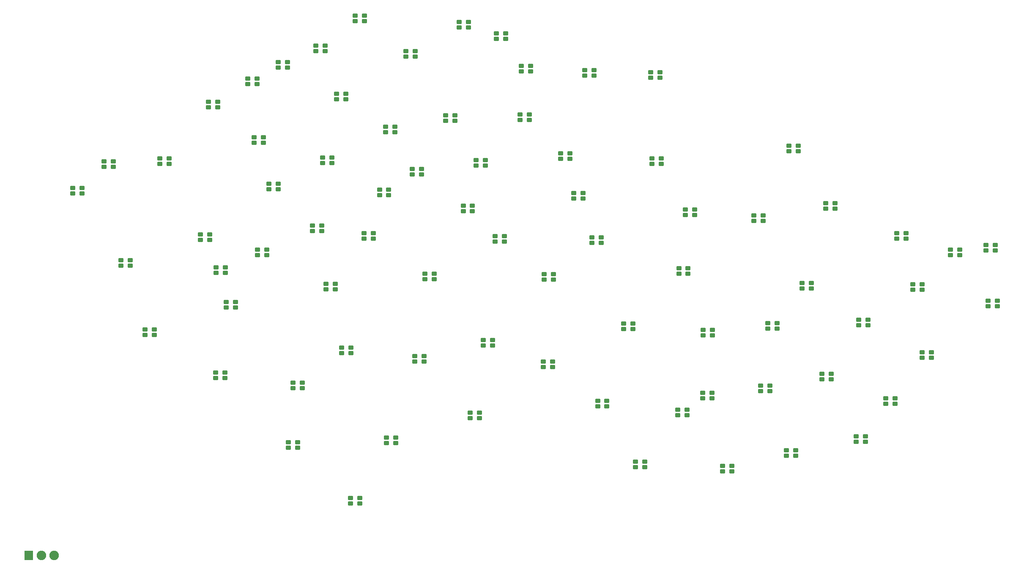
<source format=gts>
G04 Layer: TopSolderMaskLayer*
G04 EasyEDA v6.5.22, 2023-01-08 22:04:36*
G04 50778058e726430f88483f2d530aa7e2,b1765b40525a4c9d95aa1863292b2e8c,10*
G04 Gerber Generator version 0.2*
G04 Scale: 100 percent, Rotated: No, Reflected: No *
G04 Dimensions in millimeters *
G04 leading zeros omitted , absolute positions ,4 integer and 5 decimal *
%FSLAX45Y45*%
%MOMM*%

%AMMACRO1*1,1,$1,$2,$3*1,1,$1,$4,$5*1,1,$1,0-$2,0-$3*1,1,$1,0-$4,0-$5*20,1,$1,$2,$3,$4,$5,0*20,1,$1,$4,$5,0-$2,0-$3,0*20,1,$1,0-$2,0-$3,0-$4,0-$5,0*20,1,$1,0-$4,0-$5,$2,$3,0*4,1,4,$2,$3,$4,$5,0-$2,0-$3,0-$4,0-$5,$2,$3,0*%
%ADD10MACRO1,0.1016X-0.45X0.35X0.45X0.35*%
%ADD11C,1.9016*%
%ADD12MACRO1,0.1016X-0.7874X0.9X0.7874X0.9*%

%LPD*%
D10*
G01*
X8531796Y6163702D03*
G01*
X8531796Y6053695D03*
G01*
X8714803Y6053695D03*
G01*
X8714803Y6163703D03*
G01*
X6283896Y7128902D03*
G01*
X6283896Y7018895D03*
G01*
X6466903Y7018895D03*
G01*
X6466903Y7128903D03*
G01*
X14107096Y5033402D03*
G01*
X14107096Y4923395D03*
G01*
X14290103Y4923395D03*
G01*
X14290103Y5033403D03*
G01*
X14493224Y2308155D03*
G01*
X14493224Y2198147D03*
G01*
X14676231Y2198147D03*
G01*
X14676231Y2308156D03*
G01*
X14094396Y3776102D03*
G01*
X14094396Y3666095D03*
G01*
X14277403Y3666095D03*
G01*
X14277403Y3776103D03*
G01*
X13599096Y3433202D03*
G01*
X13599096Y3323195D03*
G01*
X13782103Y3323195D03*
G01*
X13782103Y3433203D03*
G01*
X16558196Y7573402D03*
G01*
X16558196Y7463395D03*
G01*
X16741203Y7463395D03*
G01*
X16741203Y7573403D03*
G01*
X8150796Y10621402D03*
G01*
X8150796Y10511395D03*
G01*
X8333803Y10511395D03*
G01*
X8333803Y10621403D03*
G01*
X7762224Y2879655D03*
G01*
X7762224Y2769647D03*
G01*
X7945231Y2769647D03*
G01*
X7945231Y2879656D03*
G01*
X7045896Y1667902D03*
G01*
X7045896Y1557895D03*
G01*
X7228903Y1557895D03*
G01*
X7228903Y1667903D03*
G01*
X4201096Y9605402D03*
G01*
X4201096Y9495395D03*
G01*
X4384103Y9495395D03*
G01*
X4384103Y9605403D03*
G01*
X11877024Y6892855D03*
G01*
X11877024Y6782847D03*
G01*
X12060031Y6782847D03*
G01*
X12060031Y6892856D03*
G01*
X7134796Y11332602D03*
G01*
X7134796Y11222595D03*
G01*
X7317803Y11222595D03*
G01*
X7317803Y11332603D03*
G01*
X2931096Y5046102D03*
G01*
X2931096Y4936095D03*
G01*
X3114103Y4936095D03*
G01*
X3114103Y5046103D03*
G01*
X19809396Y5617602D03*
G01*
X19809396Y5507595D03*
G01*
X19992403Y5507595D03*
G01*
X19992403Y5617603D03*
G01*
X10919396Y6151002D03*
G01*
X10919396Y6040995D03*
G01*
X11102403Y6040995D03*
G01*
X11102403Y6151003D03*
G01*
X15770796Y2620402D03*
G01*
X15770796Y2510395D03*
G01*
X15953803Y2510395D03*
G01*
X15953803Y2620403D03*
G01*
X11249596Y8576702D03*
G01*
X11249596Y8466695D03*
G01*
X11432603Y8466695D03*
G01*
X11432603Y8576703D03*
G01*
X9966896Y10977002D03*
G01*
X9966896Y10866995D03*
G01*
X10149903Y10866995D03*
G01*
X10149903Y10977003D03*
G01*
X15821596Y8729102D03*
G01*
X15821596Y8619095D03*
G01*
X16004603Y8619095D03*
G01*
X16004603Y8729103D03*
G01*
X10436796Y9351402D03*
G01*
X10436796Y9241395D03*
G01*
X10619803Y9241395D03*
G01*
X10619803Y9351403D03*
G01*
X10906696Y4398402D03*
G01*
X10906696Y4288395D03*
G01*
X11089703Y4288395D03*
G01*
X11089703Y4398403D03*
G01*
X9438624Y3374955D03*
G01*
X9438624Y3264947D03*
G01*
X9621631Y3264947D03*
G01*
X9621631Y3374956D03*
G01*
X3223196Y8475102D03*
G01*
X3223196Y8365095D03*
G01*
X3406203Y8365095D03*
G01*
X3406203Y8475103D03*
G01*
X19771296Y6735202D03*
G01*
X19771296Y6625195D03*
G01*
X19954303Y6625195D03*
G01*
X19954303Y6735203D03*
G01*
X6487096Y8487802D03*
G01*
X6487096Y8377795D03*
G01*
X6670103Y8377795D03*
G01*
X6670103Y8487803D03*
G01*
X4340796Y4182502D03*
G01*
X4340796Y4072495D03*
G01*
X4523803Y4072495D03*
G01*
X4523803Y4182503D03*
G01*
X9298924Y7527855D03*
G01*
X9298924Y7417847D03*
G01*
X9481931Y7417847D03*
G01*
X9481931Y7527856D03*
G01*
X16481996Y4157102D03*
G01*
X16481996Y4047095D03*
G01*
X16665003Y4047095D03*
G01*
X16665003Y4157103D03*
G01*
X9941496Y6913002D03*
G01*
X9941496Y6802995D03*
G01*
X10124503Y6802995D03*
G01*
X10124503Y6913003D03*
G01*
X9217596Y11205602D03*
G01*
X9217596Y11095595D03*
G01*
X9400603Y11095595D03*
G01*
X9400603Y11205603D03*
G01*
X6766496Y9770502D03*
G01*
X6766496Y9660495D03*
G01*
X6949503Y9660495D03*
G01*
X6949503Y9770503D03*
G01*
X5115496Y8894202D03*
G01*
X5115496Y8784195D03*
G01*
X5298503Y8784195D03*
G01*
X5298503Y8894203D03*
G01*
X7744396Y9110102D03*
G01*
X7744396Y9000095D03*
G01*
X7927403Y9000095D03*
G01*
X7927403Y9110103D03*
G01*
X8950896Y9338702D03*
G01*
X8950896Y9228695D03*
G01*
X9133903Y9228695D03*
G01*
X9133903Y9338703D03*
G01*
X4988496Y10075302D03*
G01*
X4988496Y9965295D03*
G01*
X5171503Y9965295D03*
G01*
X5171503Y10075303D03*
G01*
X13052996Y10202302D03*
G01*
X13052996Y10092295D03*
G01*
X13236003Y10092295D03*
G01*
X13236003Y10202303D03*
G01*
X18303224Y5953055D03*
G01*
X18303224Y5843047D03*
G01*
X18486231Y5843047D03*
G01*
X18486231Y5953056D03*
G01*
X9560496Y8437002D03*
G01*
X9560496Y8326995D03*
G01*
X9743503Y8326995D03*
G01*
X9743503Y8437003D03*
G01*
X16088296Y5973202D03*
G01*
X16088296Y5863195D03*
G01*
X16271303Y5863195D03*
G01*
X16271303Y5973203D03*
G01*
X17980596Y6976502D03*
G01*
X17980596Y6866495D03*
G01*
X18163603Y6866495D03*
G01*
X18163603Y6976503D03*
G01*
X19060096Y6646302D03*
G01*
X19060096Y6536295D03*
G01*
X19243103Y6536295D03*
G01*
X19243103Y6646303D03*
G01*
X11516296Y7776602D03*
G01*
X11516296Y7666595D03*
G01*
X11699303Y7666595D03*
G01*
X11699303Y7776603D03*
G01*
X9700196Y4830202D03*
G01*
X9700196Y4720195D03*
G01*
X9883203Y4720195D03*
G01*
X9883203Y4830203D03*
G01*
X6868096Y4677802D03*
G01*
X6868096Y4567795D03*
G01*
X7051103Y4567795D03*
G01*
X7051103Y4677803D03*
G01*
X4556696Y5592202D03*
G01*
X4556696Y5482195D03*
G01*
X4739703Y5482195D03*
G01*
X4739703Y5592203D03*
G01*
X4353496Y6290702D03*
G01*
X4353496Y6180695D03*
G01*
X4536503Y6180695D03*
G01*
X4536503Y6290703D03*
G01*
X4035996Y6951102D03*
G01*
X4035996Y6841095D03*
G01*
X4219003Y6841095D03*
G01*
X4219003Y6951103D03*
G01*
X5801296Y2785502D03*
G01*
X5801296Y2675495D03*
G01*
X5984303Y2675495D03*
G01*
X5984303Y2785503D03*
G01*
X7622524Y7845355D03*
G01*
X7622524Y7735347D03*
G01*
X7805531Y7735347D03*
G01*
X7805531Y7845356D03*
G01*
X8277796Y8259202D03*
G01*
X8277796Y8149195D03*
G01*
X8460803Y8149195D03*
G01*
X8460803Y8259203D03*
G01*
X7312596Y6976502D03*
G01*
X7312596Y6866495D03*
G01*
X7495603Y6866495D03*
G01*
X7495603Y6976503D03*
G01*
X17218596Y5236602D03*
G01*
X17218596Y5126595D03*
G01*
X17401603Y5126595D03*
G01*
X17401603Y5236603D03*
G01*
X6550596Y5960502D03*
G01*
X6550596Y5850495D03*
G01*
X6733603Y5850495D03*
G01*
X6733603Y5960503D03*
G01*
X15402496Y5173102D03*
G01*
X15402496Y5063095D03*
G01*
X15585503Y5063095D03*
G01*
X15585503Y5173103D03*
G01*
X5407596Y7967102D03*
G01*
X5407596Y7857095D03*
G01*
X5590603Y7857095D03*
G01*
X5590603Y7967103D03*
G01*
X5178996Y6646302D03*
G01*
X5178996Y6536295D03*
G01*
X5362003Y6536295D03*
G01*
X5362003Y6646303D03*
G01*
X13078396Y8475102D03*
G01*
X13078396Y8365095D03*
G01*
X13261403Y8365095D03*
G01*
X13261403Y8475103D03*
G01*
X10462196Y10329302D03*
G01*
X10462196Y10219295D03*
G01*
X10645203Y10219295D03*
G01*
X10645203Y10329303D03*
G01*
X2105596Y8411602D03*
G01*
X2105596Y8301595D03*
G01*
X2288603Y8301595D03*
G01*
X2288603Y8411603D03*
G01*
X5890196Y3979302D03*
G01*
X5890196Y3869295D03*
G01*
X6073203Y3869295D03*
G01*
X6073203Y3979303D03*
G01*
X15123096Y7332102D03*
G01*
X15123096Y7222095D03*
G01*
X15306103Y7222095D03*
G01*
X15306103Y7332103D03*
G01*
X13616924Y6270555D03*
G01*
X13616924Y6160547D03*
G01*
X13799931Y6160547D03*
G01*
X13799931Y6270556D03*
G01*
X8328596Y4512702D03*
G01*
X8328596Y4402695D03*
G01*
X8511603Y4402695D03*
G01*
X8511603Y4512703D03*
G01*
X2448496Y6430402D03*
G01*
X2448496Y6320395D03*
G01*
X2631503Y6320395D03*
G01*
X2631503Y6430403D03*
G01*
X5598096Y10405502D03*
G01*
X5598096Y10295495D03*
G01*
X5781103Y10295495D03*
G01*
X5781103Y10405503D03*
G01*
X11991299Y3616244D03*
G01*
X11991299Y3506237D03*
G01*
X12174306Y3506237D03*
G01*
X12174306Y3616246D03*
G01*
X11732196Y10240402D03*
G01*
X11732196Y10130395D03*
G01*
X11915203Y10130395D03*
G01*
X11915203Y10240403D03*
G01*
X17167796Y2899802D03*
G01*
X17167796Y2789795D03*
G01*
X17350803Y2789795D03*
G01*
X17350803Y2899803D03*
G01*
X6347396Y10735702D03*
G01*
X6347396Y10625695D03*
G01*
X6530403Y10625695D03*
G01*
X6530403Y10735703D03*
G01*
X13751496Y7446402D03*
G01*
X13751496Y7336395D03*
G01*
X13934503Y7336395D03*
G01*
X13934503Y7446403D03*
G01*
X18488596Y4588902D03*
G01*
X18488596Y4478895D03*
G01*
X18671603Y4478895D03*
G01*
X18671603Y4588903D03*
G01*
X15255224Y3921055D03*
G01*
X15255224Y3811047D03*
G01*
X15438231Y3811047D03*
G01*
X15438231Y3921056D03*
G01*
X12512024Y5165655D03*
G01*
X12512024Y5055647D03*
G01*
X12695031Y5055647D03*
G01*
X12695031Y5165656D03*
G01*
X17764696Y3661802D03*
G01*
X17764696Y3551795D03*
G01*
X17947703Y3551795D03*
G01*
X17947703Y3661803D03*
G01*
X12748196Y2391802D03*
G01*
X12748196Y2281795D03*
G01*
X12931203Y2281795D03*
G01*
X12931203Y2391803D03*
G01*
X1483296Y7878202D03*
G01*
X1483296Y7768195D03*
G01*
X1666303Y7768195D03*
G01*
X1666303Y7878203D03*
D11*
G01*
X1103655Y511606D03*
G01*
X849655Y511606D03*
D12*
G01*
X595665Y511611D03*
M02*

</source>
